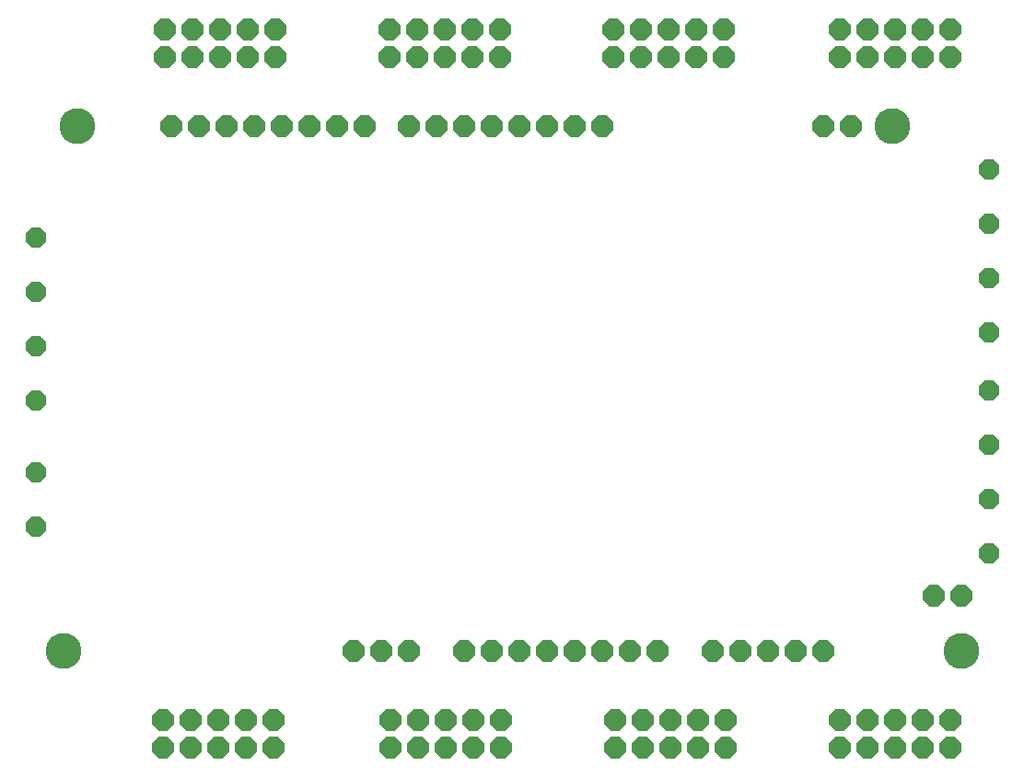
<source format=gbs>
G04 EAGLE Gerber X2 export*
%TF.Part,Single*%
%TF.FileFunction,Other,Bottom Soldermask*%
%TF.FilePolarity,Positive*%
%TF.GenerationSoftware,Autodesk,EAGLE,8.7.1*%
%TF.CreationDate,2018-03-29T01:53:19Z*%
G75*
%MOMM*%
%FSLAX34Y34*%
%LPD*%
%AMOC8*
5,1,8,0,0,1.08239X$1,22.5*%
G01*
%ADD10P,2.144431X8X112.500000*%
%ADD11C,3.301600*%
%ADD12P,2.048207X8X202.500000*%
%ADD13P,2.048207X8X22.500000*%
%ADD14P,2.144431X8X22.500000*%
%ADD15P,2.144431X8X202.500000*%


D10*
X800100Y139700D03*
X825500Y139700D03*
X850900Y139700D03*
X876300Y139700D03*
X774700Y139700D03*
X876300Y622300D03*
X901700Y622300D03*
X571500Y139700D03*
X596900Y139700D03*
X622300Y139700D03*
X647700Y139700D03*
X673100Y139700D03*
X698500Y139700D03*
X723900Y139700D03*
X546100Y139700D03*
X520700Y622300D03*
X546100Y622300D03*
X571500Y622300D03*
X596900Y622300D03*
X622300Y622300D03*
X647700Y622300D03*
X673100Y622300D03*
X495300Y622300D03*
X302260Y622300D03*
X327660Y622300D03*
X353060Y622300D03*
X378460Y622300D03*
X403860Y622300D03*
X429260Y622300D03*
X454660Y622300D03*
X276860Y622300D03*
X977900Y190500D03*
X1003300Y190500D03*
X444500Y139700D03*
X469900Y139700D03*
X495300Y139700D03*
D11*
X190500Y622300D03*
X177800Y139700D03*
X939800Y622300D03*
X1003300Y139700D03*
D12*
X1028700Y433000D03*
X1028700Y483000D03*
X1028700Y533000D03*
X1028700Y583000D03*
X1028700Y229800D03*
X1028700Y279800D03*
X1028700Y329800D03*
X1028700Y379800D03*
D13*
X152950Y519900D03*
X152950Y469900D03*
X152950Y419900D03*
X152950Y369900D03*
D14*
X891700Y685800D03*
X891700Y711200D03*
X917100Y685800D03*
X917100Y711200D03*
X942500Y685800D03*
X942500Y711200D03*
X967900Y685800D03*
X967900Y711200D03*
X993300Y685800D03*
X993300Y711200D03*
D15*
X993300Y76200D03*
X993300Y50800D03*
X967900Y76200D03*
X967900Y50800D03*
X942500Y76200D03*
X942500Y50800D03*
X917100Y76200D03*
X917100Y50800D03*
X891700Y76200D03*
X891700Y50800D03*
D14*
X683500Y685800D03*
X683500Y711200D03*
X708900Y685800D03*
X708900Y711200D03*
X734300Y685800D03*
X734300Y711200D03*
X759700Y685800D03*
X759700Y711200D03*
X785100Y685800D03*
X785100Y711200D03*
D15*
X787000Y76200D03*
X787000Y50800D03*
X761600Y76200D03*
X761600Y50800D03*
X736200Y76200D03*
X736200Y50800D03*
X710800Y76200D03*
X710800Y50800D03*
X685400Y76200D03*
X685400Y50800D03*
D14*
X477600Y685800D03*
X477600Y711200D03*
X503000Y685800D03*
X503000Y711200D03*
X528400Y685800D03*
X528400Y711200D03*
X553800Y685800D03*
X553800Y711200D03*
X579200Y685800D03*
X579200Y711200D03*
D15*
X580300Y76200D03*
X580300Y50800D03*
X554900Y76200D03*
X554900Y50800D03*
X529500Y76200D03*
X529500Y50800D03*
X504100Y76200D03*
X504100Y50800D03*
X478700Y76200D03*
X478700Y50800D03*
D14*
X271700Y685800D03*
X271700Y711200D03*
X297100Y685800D03*
X297100Y711200D03*
X322500Y685800D03*
X322500Y711200D03*
X347900Y685800D03*
X347900Y711200D03*
X373300Y685800D03*
X373300Y711200D03*
D15*
X371300Y76200D03*
X371300Y50800D03*
X345900Y76200D03*
X345900Y50800D03*
X320500Y76200D03*
X320500Y50800D03*
X295100Y76200D03*
X295100Y50800D03*
X269700Y76200D03*
X269700Y50800D03*
D13*
X152400Y304400D03*
X152400Y254400D03*
M02*

</source>
